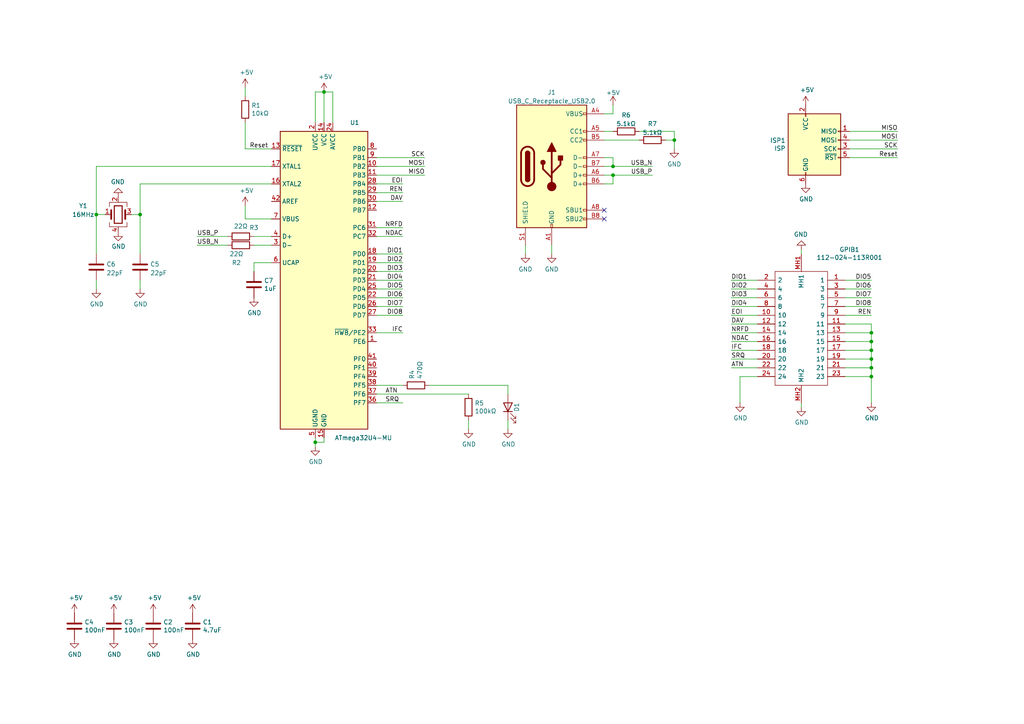
<source format=kicad_sch>
(kicad_sch (version 20211123) (generator eeschema)
  (paper "A4")
  (title_block (title "UsbGpib Type C") (date "2023-01-11") (rev "A"))
  (lib_symbols
    (symbol "Connector:AVR-ISP-6" (pin_names (offset 1.016))
      (property "Reference" "J" (at -6.35 11.43 0))
      (property "Value" "AVR-ISP-6" (at 0 11.43 0))
      (symbol "AVR-ISP-6_0_1"
        (rectangle (start -2.667 -6.858) (end -2.413 -7.62))
        (rectangle (start -2.667 10.16) (end -2.413 9.398))
        (rectangle (start 7.62 -2.413) (end 6.858 -2.667))
        (rectangle (start 7.62 0.127) (end 6.858 -0.127))
        (rectangle (start 7.62 2.667) (end 6.858 2.413))
        (rectangle (start 7.62 5.207) (end 6.858 4.953))
        (rectangle (start 7.62 10.16) (end -7.62 -7.62) (stroke (width 0.254)) (fill (type background)))
      )
      (symbol "AVR-ISP-6_1_1"
        (pin passive line (at 10.16 5.08 180) (length 2.54) (name "MISO") (number "1"))
        (pin passive line (at -2.54 12.7 270) (length 2.54) (name "VCC") (number "2"))
        (pin passive line (at 10.16 0 180) (length 2.54) (name "SCK") (number "3"))
        (pin passive line (at 10.16 2.54 180) (length 2.54) (name "MOSI") (number "4"))
        (pin passive line (at 10.16 -2.54 180) (length 2.54) (name "~{RST}") (number "5"))
        (pin passive line (at -2.54 -10.16 90) (length 2.54) (name "GND") (number "6"))
      )
    )
    (symbol "Connector:USB_C_Receptacle_USB2.0" (pin_names (offset 1.016))
      (property "Reference" "J" (at -10.16 19.05 0))
      (property "Value" "USB_C_Receptacle_USB2.0" (at 19.05 19.05 0))
      (symbol "USB_C_Receptacle_USB2.0_0_0"
        (rectangle (start -0.254 -17.78) (end 0.254 -16.764))
        (rectangle (start 10.16 -14.986) (end 9.144 -15.494))
        (rectangle (start 10.16 -12.446) (end 9.144 -12.954))
        (rectangle (start 10.16 -4.826) (end 9.144 -5.334))
        (rectangle (start 10.16 -2.286) (end 9.144 -2.794))
        (rectangle (start 10.16 0.254) (end 9.144 -0.254))
        (rectangle (start 10.16 2.794) (end 9.144 2.286))
        (rectangle (start 10.16 7.874) (end 9.144 7.366))
        (rectangle (start 10.16 10.414) (end 9.144 9.906))
        (rectangle (start 10.16 15.494) (end 9.144 14.986))
      )
      (symbol "USB_C_Receptacle_USB2.0_0_1"
        (rectangle (start -10.16 17.78) (end 10.16 -17.78) (stroke (width 0.254)) (fill (type background)))
        (arc (start -8.89 -3.81) (mid -6.985 -5.715) (end -5.08 -3.81) (stroke (width 0.508)))
        (arc (start -7.62 -3.81) (mid -6.985 -4.445) (end -6.35 -3.81) (stroke (width 0.254)))
        (arc (start -7.62 -3.81) (mid -6.985 -4.445) (end -6.35 -3.81) (stroke (width 0.254)) (fill (type outline)))
        (rectangle (start -7.62 -3.81) (end -6.35 3.81) (stroke (width 0.254)) (fill (type outline)))
        (arc (start -6.35 3.81) (mid -6.985 4.445) (end -7.62 3.81) (stroke (width 0.254)))
        (arc (start -6.35 3.81) (mid -6.985 4.445) (end -7.62 3.81) (stroke (width 0.254)) (fill (type outline)))
        (arc (start -5.08 3.81) (mid -6.985 5.715) (end -8.89 3.81) (stroke (width 0.508)))
        (circle (center -2.54 1.143) (radius 0.635) (stroke (width 0.254)) (fill (type outline)))
        (circle (center 0 -5.842) (radius 1.27) (fill (type outline)))
        (polyline (pts (xy -8.89 -3.81) (xy -8.89 3.81)) (stroke (width 0.508)))
        (polyline (pts (xy -5.08 3.81) (xy -5.08 -3.81)) (stroke (width 0.508)))
        (polyline (pts (xy 0 -5.842) (xy 0 4.318)) (stroke (width 0.508)))
        (polyline (pts (xy 0 -3.302) (xy -2.54 -0.762) (xy -2.54 0.508)) (stroke (width 0.508)))
        (polyline (pts (xy 0 -2.032) (xy 2.54 0.508) (xy 2.54 1.778)) (stroke (width 0.508)))
        (polyline (pts (xy -1.27 4.318) (xy 0 6.858) (xy 1.27 4.318) (xy -1.27 4.318)) (stroke (width 0.254)) (fill (type outline)))
        (rectangle (start 1.905 1.778) (end 3.175 3.048) (stroke (width 0.254)) (fill (type outline)))
      )
      (symbol "USB_C_Receptacle_USB2.0_1_1"
        (pin passive line (at 0 -22.86 90) (length 5.08) (name "GND") (number "A1"))
        (pin passive line (at 0 -22.86 90) (length 5.08) hide (name "GND") (number "A12"))
        (pin passive line (at 15.24 15.24 180) (length 5.08) (name "VBUS") (number "A4"))
        (pin bidirectional line (at 15.24 10.16 180) (length 5.08) (name "CC1") (number "A5"))
        (pin bidirectional line (at 15.24 -2.54 180) (length 5.08) (name "D+") (number "A6"))
        (pin bidirectional line (at 15.24 2.54 180) (length 5.08) (name "D-") (number "A7"))
        (pin bidirectional line (at 15.24 -12.7 180) (length 5.08) (name "SBU1") (number "A8"))
        (pin passive line (at 15.24 15.24 180) (length 5.08) hide (name "VBUS") (number "A9"))
        (pin passive line (at 0 -22.86 90) (length 5.08) hide (name "GND") (number "B1"))
        (pin passive line (at 0 -22.86 90) (length 5.08) hide (name "GND") (number "B12"))
        (pin passive line (at 15.24 15.24 180) (length 5.08) hide (name "VBUS") (number "B4"))
        (pin bidirectional line (at 15.24 7.62 180) (length 5.08) (name "CC2") (number "B5"))
        (pin bidirectional line (at 15.24 -5.08 180) (length 5.08) (name "D+") (number "B6"))
        (pin bidirectional line (at 15.24 0 180) (length 5.08) (name "D-") (number "B7"))
        (pin bidirectional line (at 15.24 -15.24 180) (length 5.08) (name "SBU2") (number "B8"))
        (pin passive line (at 15.24 15.24 180) (length 5.08) hide (name "VBUS") (number "B9"))
        (pin passive line (at -7.62 -22.86 90) (length 5.08) (name "SHIELD") (number "S1"))
      )
    )
    (symbol "Device:C" (pin_numbers hide) (pin_names (offset 0.254))
      (property "Reference" "C" (at 0.635 2.54 0))
      (property "Value" "C" (at 0.635 -2.54 0))
      (symbol "C_0_1"
        (polyline (pts (xy -2.032 -0.762) (xy 2.032 -0.762)) (stroke (width 0.508)))
        (polyline (pts (xy -2.032 0.762) (xy 2.032 0.762)) (stroke (width 0.508)))
      )
      (symbol "C_1_1"
        (pin passive line (at 0 3.81 270) (length 2.794) (name "~") (number "1"))
        (pin passive line (at 0 -3.81 90) (length 2.794) (name "~") (number "2"))
      )
    )
    (symbol "Device:Crystal_GND24" (pin_names (offset 1.016) hide)
      (property "Reference" "Y" (at 3.175 5.08 0))
      (property "Value" "Crystal_GND24" (at 3.175 3.175 0))
      (symbol "Crystal_GND24_0_1"
        (rectangle (start -1.143 2.54) (end 1.143 -2.54) (stroke (width 0.3048)))
        (polyline (pts (xy -2.54 0) (xy -2.032 0)))
        (polyline (pts (xy -2.032 -1.27) (xy -2.032 1.27)) (stroke (width 0.508)))
        (polyline (pts (xy 0 -3.81) (xy 0 -3.556)))
        (polyline (pts (xy 0 3.556) (xy 0 3.81)))
        (polyline (pts (xy 2.032 -1.27) (xy 2.032 1.27)) (stroke (width 0.508)))
        (polyline (pts (xy 2.032 0) (xy 2.54 0)))
        (polyline (pts (xy -2.54 -2.286) (xy -2.54 -3.556) (xy 2.54 -3.556) (xy 2.54 -2.286)))
        (polyline (pts (xy -2.54 2.286) (xy -2.54 3.556) (xy 2.54 3.556) (xy 2.54 2.286)))
      )
      (symbol "Crystal_GND24_1_1"
        (pin passive line (at -3.81 0 0) (length 1.27) (name "1") (number "1"))
        (pin passive line (at 0 5.08 270) (length 1.27) (name "2") (number "2"))
        (pin passive line (at 3.81 0 180) (length 1.27) (name "3") (number "3"))
        (pin passive line (at 0 -5.08 90) (length 1.27) (name "4") (number "4"))
      )
    )
    (symbol "Device:LED" (pin_numbers hide) (pin_names (offset 1.016) hide)
      (property "Reference" "D" (at 0 2.54 0))
      (property "Value" "LED" (at 0 -2.54 0))
      (symbol "LED_0_1"
        (polyline (pts (xy -1.27 -1.27) (xy -1.27 1.27)) (stroke (width 0.254)))
        (polyline (pts (xy -1.27 0) (xy 1.27 0)))
        (polyline (pts (xy 1.27 -1.27) (xy 1.27 1.27) (xy -1.27 0) (xy 1.27 -1.27)) (stroke (width 0.254)))
        (polyline (pts (xy -3.048 -0.762) (xy -4.572 -2.286) (xy -3.81 -2.286) (xy -4.572 -2.286) (xy -4.572 -1.524)))
        (polyline (pts (xy -1.778 -0.762) (xy -3.302 -2.286) (xy -2.54 -2.286) (xy -3.302 -2.286) (xy -3.302 -1.524)))
      )
      (symbol "LED_1_1"
        (pin passive line (at -3.81 0 0) (length 2.54) (name "K") (number "1"))
        (pin passive line (at 3.81 0 180) (length 2.54) (name "A") (number "2"))
      )
    )
    (symbol "Device:R" (pin_numbers hide) (pin_names (offset 0))
      (property "Reference" "R" (at 2.032 0 90))
      (property "Value" "R" (at 0 0 90))
      (symbol "R_0_1"
        (rectangle (start -1.016 -2.54) (end 1.016 2.54) (stroke (width 0.254)))
      )
      (symbol "R_1_1"
        (pin passive line (at 0 3.81 270) (length 1.27) (name "~") (number "1"))
        (pin passive line (at 0 -3.81 90) (length 1.27) (name "~") (number "2"))
      )
    )
    (symbol "MCU_Microchip_ATmega:ATmega32U4-MU"
      (property "Reference" "U" (at -12.7 44.45 0))
      (property "Value" "MCU_Microchip_ATmega_ATmega32U4-MU" (at 2.54 -44.45 0))
      (symbol "ATmega32U4-MU_0_1"
        (rectangle (start -12.7 -43.18) (end 12.7 43.18) (stroke (width 0.254)) (fill (type background)))
      )
      (symbol "ATmega32U4-MU_1_1"
        (pin bidirectional line (at 15.24 -17.78 180) (length 2.54) (name "PE6") (number "1"))
        (pin bidirectional line (at 15.24 33.02 180) (length 2.54) (name "PB2") (number "10"))
        (pin bidirectional line (at 15.24 30.48 180) (length 2.54) (name "PB3") (number "11"))
        (pin bidirectional line (at 15.24 20.32 180) (length 2.54) (name "PB7") (number "12"))
        (pin input line (at -15.24 38.1 0) (length 2.54) (name "~{RESET}") (number "13"))
        (pin power_in line (at 0 45.72 270) (length 2.54) (name "VCC") (number "14"))
        (pin power_in line (at 0 -45.72 90) (length 2.54) (name "GND") (number "15"))
        (pin output line (at -15.24 27.94 0) (length 2.54) (name "XTAL2") (number "16"))
        (pin input line (at -15.24 33.02 0) (length 2.54) (name "XTAL1") (number "17"))
        (pin bidirectional line (at 15.24 7.62 180) (length 2.54) (name "PD0") (number "18"))
        (pin bidirectional line (at 15.24 5.08 180) (length 2.54) (name "PD1") (number "19"))
        (pin power_in line (at -2.54 45.72 270) (length 2.54) (name "UVCC") (number "2"))
        (pin bidirectional line (at 15.24 2.54 180) (length 2.54) (name "PD2") (number "20"))
        (pin bidirectional line (at 15.24 0 180) (length 2.54) (name "PD3") (number "21"))
        (pin bidirectional line (at 15.24 -5.08 180) (length 2.54) (name "PD5") (number "22"))
        (pin passive line (at 0 -45.72 90) (length 2.54) hide (name "GND") (number "23"))
        (pin power_in line (at 2.54 45.72 270) (length 2.54) (name "AVCC") (number "24"))
        (pin bidirectional line (at 15.24 -2.54 180) (length 2.54) (name "PD4") (number "25"))
        (pin bidirectional line (at 15.24 -7.62 180) (length 2.54) (name "PD6") (number "26"))
        (pin bidirectional line (at 15.24 -10.16 180) (length 2.54) (name "PD7") (number "27"))
        (pin bidirectional line (at 15.24 27.94 180) (length 2.54) (name "PB4") (number "28"))
        (pin bidirectional line (at 15.24 25.4 180) (length 2.54) (name "PB5") (number "29"))
        (pin bidirectional line (at -15.24 10.16 0) (length 2.54) (name "D-") (number "3"))
        (pin bidirectional line (at 15.24 22.86 180) (length 2.54) (name "PB6") (number "30"))
        (pin bidirectional line (at 15.24 15.24 180) (length 2.54) (name "PC6") (number "31"))
        (pin bidirectional line (at 15.24 12.7 180) (length 2.54) (name "PC7") (number "32"))
        (pin bidirectional line (at 15.24 -15.24 180) (length 2.54) (name "~{HWB}/PE2") (number "33"))
        (pin passive line (at 0 45.72 270) (length 2.54) hide (name "VCC") (number "34"))
        (pin passive line (at 0 -45.72 90) (length 2.54) hide (name "GND") (number "35"))
        (pin bidirectional line (at 15.24 -35.56 180) (length 2.54) (name "PF7") (number "36"))
        (pin bidirectional line (at 15.24 -33.02 180) (length 2.54) (name "PF6") (number "37"))
        (pin bidirectional line (at 15.24 -30.48 180) (length 2.54) (name "PF5") (number "38"))
        (pin bidirectional line (at 15.24 -27.94 180) (length 2.54) (name "PF4") (number "39"))
        (pin bidirectional line (at -15.24 12.7 0) (length 2.54) (name "D+") (number "4"))
        (pin bidirectional line (at 15.24 -25.4 180) (length 2.54) (name "PF1") (number "40"))
        (pin bidirectional line (at 15.24 -22.86 180) (length 2.54) (name "PF0") (number "41"))
        (pin passive line (at -15.24 22.86 0) (length 2.54) (name "AREF") (number "42"))
        (pin passive line (at 0 -45.72 90) (length 2.54) hide (name "GND") (number "43"))
        (pin passive line (at 2.54 45.72 270) (length 2.54) hide (name "AVCC") (number "44"))
        (pin passive line (at 0 -45.72 90) (length 2.54) hide (name "GND") (number "45"))
        (pin passive line (at -2.54 -45.72 90) (length 2.54) (name "UGND") (number "5"))
        (pin passive line (at -15.24 5.08 0) (length 2.54) (name "UCAP") (number "6"))
        (pin input line (at -15.24 17.78 0) (length 2.54) (name "VBUS") (number "7"))
        (pin bidirectional line (at 15.24 38.1 180) (length 2.54) (name "PB0") (number "8"))
        (pin bidirectional line (at 15.24 35.56 180) (length 2.54) (name "PB1") (number "9"))
      )
    )
    (symbol "conn-gpib:112-024-113R001" (pin_names (offset 0.762))
      (property "Reference" "J" (at 39.37 12.7 0))
      (property "Value" "112-024-113R001" (at 39.37 10.16 0))
      (symbol "112-024-113R001_0_0"
        (pin passive line (at 7.62 -12.7 90) (length 5.08) (name "1") (number "1"))
        (pin passive line (at 17.78 12.7 270) (length 5.08) (name "10") (number "10"))
        (pin passive line (at 20.32 -12.7 90) (length 5.08) (name "11") (number "11"))
        (pin passive line (at 20.32 12.7 270) (length 5.08) (name "12") (number "12"))
        (pin passive line (at 22.86 -12.7 90) (length 5.08) (name "13") (number "13"))
        (pin passive line (at 22.86 12.7 270) (length 5.08) (name "14") (number "14"))
        (pin passive line (at 25.4 -12.7 90) (length 5.08) (name "15") (number "15"))
        (pin passive line (at 25.4 12.7 270) (length 5.08) (name "16") (number "16"))
        (pin passive line (at 27.94 -12.7 90) (length 5.08) (name "17") (number "17"))
        (pin passive line (at 27.94 12.7 270) (length 5.08) (name "18") (number "18"))
        (pin passive line (at 30.48 -12.7 90) (length 5.08) (name "19") (number "19"))
        (pin passive line (at 7.62 12.7 270) (length 5.08) (name "2") (number "2"))
        (pin passive line (at 30.48 12.7 270) (length 5.08) (name "20") (number "20"))
        (pin passive line (at 33.02 -12.7 90) (length 5.08) (name "21") (number "21"))
        (pin passive line (at 33.02 12.7 270) (length 5.08) (name "22") (number "22"))
        (pin passive line (at 35.56 -12.7 90) (length 5.08) (name "23") (number "23"))
        (pin passive line (at 35.56 12.7 270) (length 5.08) (name "24") (number "24"))
        (pin passive line (at 10.16 -12.7 90) (length 5.08) (name "3") (number "3"))
        (pin passive line (at 10.16 12.7 270) (length 5.08) (name "4") (number "4"))
        (pin passive line (at 12.7 -12.7 90) (length 5.08) (name "5") (number "5"))
        (pin passive line (at 12.7 12.7 270) (length 5.08) (name "6") (number "6"))
        (pin passive line (at 15.24 -12.7 90) (length 5.08) (name "7") (number "7"))
        (pin passive line (at 15.24 12.7 270) (length 5.08) (name "8") (number "8"))
        (pin passive line (at 17.78 -12.7 90) (length 5.08) (name "9") (number "9"))
        (pin passive line (at 0 0 0) (length 5.08) (name "MH1") (number "MH1"))
        (pin passive line (at 43.18 0 180) (length 5.08) (name "MH2") (number "MH2"))
      )
      (symbol "112-024-113R001_0_1"
        (polyline (pts (xy 5.08 7.62) (xy 38.1 7.62) (xy 38.1 -7.62) (xy 5.08 -7.62) (xy 5.08 7.62)) (stroke (width 0.1524)))
      )
    )
    (symbol "power:+5V" (power) (pin_names (offset 0))
      (property "Value" "+5V" (at 0 3.556 0))
      (symbol "+5V_0_1"
        (polyline (pts (xy -0.762 1.27) (xy 0 2.54)))
        (polyline (pts (xy 0 0) (xy 0 2.54)))
        (polyline (pts (xy 0 2.54) (xy 0.762 1.27)))
      )
      (symbol "+5V_1_1"
        (pin power_in line (at 0 0 90) (length 0) hide (name "+5V") (number "1"))
      )
    )
    (symbol "power:GND" (power) (pin_names (offset 0))
      (property "Value" "GND" (at 0 -3.81 0))
      (symbol "GND_0_1"
        (polyline (pts (xy 0 0) (xy 0 -1.27) (xy 1.27 -1.27) (xy 0 -2.54) (xy -1.27 -1.27) (xy 0 -1.27)))
      )
      (symbol "GND_1_1"
        (pin power_in line (at 0 0 270) (length 0) hide (name "GND") (number "1"))
      )
    )
  )
  (junction (at 195.58 40.64))
  (junction (at 91.44 128.27))
  (junction (at 177.8 50.8))
  (junction (at 252.73 104.14))
  (junction (at 252.73 96.52))
  (junction (at 252.73 99.06))
  (junction (at 252.73 101.6))
  (junction (at 252.73 109.22))
  (junction (at 93.98 26.67))
  (junction (at 27.94 62.23))
  (junction (at 177.8 48.26))
  (junction (at 252.73 106.68))
  (junction (at 40.64 62.23))
  (no_connect (at 175.26 63.5))
  (no_connect (at 175.26 60.96))
  (wire (pts (xy 252.73 109.22) (xy 252.73 116.84)))
  (wire (pts (xy 91.44 128.27) (xy 91.44 127)))
  (wire (pts (xy 91.44 128.27) (xy 93.98 128.27)))
  (wire (pts (xy 109.22 66.04) (xy 116.84 66.04)))
  (wire (pts (xy 252.73 101.6) (xy 252.73 104.14)))
  (wire (pts (xy 93.98 26.67) (xy 96.52 26.67)))
  (wire (pts (xy 124.46 111.76) (xy 147.32 111.76)))
  (wire (pts (xy 245.11 106.68) (xy 252.73 106.68)))
  (wire (pts (xy 109.22 96.52) (xy 116.84 96.52)))
  (wire (pts (xy 175.26 45.72) (xy 177.8 45.72)))
  (wire (pts (xy 66.04 71.12) (xy 57.15 71.12)))
  (wire (pts (xy 246.38 43.18) (xy 260.35 43.18)))
  (wire (pts (xy 40.64 62.23) (xy 40.64 53.34)))
  (wire (pts (xy 245.11 86.36) (xy 252.73 86.36)))
  (wire (pts (xy 214.63 109.22) (xy 219.71 109.22)))
  (wire (pts (xy 195.58 40.64) (xy 195.58 43.18)))
  (wire (pts (xy 245.11 93.98) (xy 252.73 93.98)))
  (wire (pts (xy 71.12 63.5) (xy 71.12 59.69)))
  (wire (pts (xy 109.22 86.36) (xy 116.84 86.36)))
  (wire (pts (xy 109.22 68.58) (xy 116.84 68.58)))
  (wire (pts (xy 73.66 76.2) (xy 73.66 78.74)))
  (wire (pts (xy 252.73 106.68) (xy 252.73 109.22)))
  (wire (pts (xy 109.22 83.82) (xy 116.84 83.82)))
  (wire (pts (xy 71.12 35.56) (xy 71.12 43.18)))
  (wire (pts (xy 212.09 83.82) (xy 219.71 83.82)))
  (wire (pts (xy 175.26 33.02) (xy 177.8 33.02)))
  (wire (pts (xy 212.09 96.52) (xy 219.71 96.52)))
  (wire (pts (xy 252.73 96.52) (xy 252.73 99.06)))
  (wire (pts (xy 246.38 38.1) (xy 260.35 38.1)))
  (wire (pts (xy 73.66 76.2) (xy 78.74 76.2)))
  (wire (pts (xy 177.8 45.72) (xy 177.8 48.26)))
  (wire (pts (xy 109.22 116.84) (xy 116.84 116.84)))
  (wire (pts (xy 109.22 111.76) (xy 116.84 111.76)))
  (wire (pts (xy 245.11 96.52) (xy 252.73 96.52)))
  (wire (pts (xy 38.1 62.23) (xy 40.64 62.23)))
  (wire (pts (xy 245.11 88.9) (xy 252.73 88.9)))
  (wire (pts (xy 185.42 38.1) (xy 195.58 38.1)))
  (wire (pts (xy 177.8 50.8) (xy 177.8 53.34)))
  (wire (pts (xy 214.63 109.22) (xy 214.63 116.84)))
  (wire (pts (xy 91.44 128.27) (xy 91.44 129.54)))
  (wire (pts (xy 109.22 73.66) (xy 116.84 73.66)))
  (wire (pts (xy 109.22 114.3) (xy 135.89 114.3)))
  (wire (pts (xy 212.09 88.9) (xy 219.71 88.9)))
  (wire (pts (xy 195.58 38.1) (xy 195.58 40.64)))
  (wire (pts (xy 246.38 40.64) (xy 260.35 40.64)))
  (wire (pts (xy 252.73 99.06) (xy 252.73 101.6)))
  (wire (pts (xy 109.22 53.34) (xy 116.84 53.34)))
  (wire (pts (xy 78.74 63.5) (xy 71.12 63.5)))
  (wire (pts (xy 175.26 38.1) (xy 177.8 38.1)))
  (wire (pts (xy 212.09 104.14) (xy 219.71 104.14)))
  (wire (pts (xy 71.12 25.4) (xy 71.12 27.94)))
  (wire (pts (xy 212.09 101.6) (xy 219.71 101.6)))
  (wire (pts (xy 71.12 43.18) (xy 78.74 43.18)))
  (wire (pts (xy 91.44 35.56) (xy 91.44 26.67)))
  (wire (pts (xy 175.26 50.8) (xy 177.8 50.8)))
  (wire (pts (xy 109.22 48.26) (xy 123.19 48.26)))
  (wire (pts (xy 245.11 83.82) (xy 252.73 83.82)))
  (wire (pts (xy 40.64 73.66) (xy 40.64 62.23)))
  (wire (pts (xy 212.09 106.68) (xy 219.71 106.68)))
  (wire (pts (xy 175.26 53.34) (xy 177.8 53.34)))
  (wire (pts (xy 245.11 109.22) (xy 252.73 109.22)))
  (wire (pts (xy 73.66 71.12) (xy 78.74 71.12)))
  (wire (pts (xy 252.73 93.98) (xy 252.73 96.52)))
  (wire (pts (xy 147.32 121.92) (xy 147.32 124.46)))
  (wire (pts (xy 109.22 58.42) (xy 116.84 58.42)))
  (wire (pts (xy 245.11 81.28) (xy 252.73 81.28)))
  (wire (pts (xy 245.11 104.14) (xy 252.73 104.14)))
  (wire (pts (xy 212.09 86.36) (xy 219.71 86.36)))
  (wire (pts (xy 96.52 26.67) (xy 96.52 35.56)))
  (wire (pts (xy 193.04 40.64) (xy 195.58 40.64)))
  (wire (pts (xy 245.11 101.6) (xy 252.73 101.6)))
  (wire (pts (xy 152.4 71.12) (xy 152.4 73.66)))
  (wire (pts (xy 212.09 93.98) (xy 219.71 93.98)))
  (wire (pts (xy 175.26 40.64) (xy 185.42 40.64)))
  (wire (pts (xy 109.22 55.88) (xy 116.84 55.88)))
  (wire (pts (xy 212.09 81.28) (xy 219.71 81.28)))
  (wire (pts (xy 212.09 91.44) (xy 219.71 91.44)))
  (wire (pts (xy 93.98 26.67) (xy 93.98 35.56)))
  (wire (pts (xy 40.64 53.34) (xy 78.74 53.34)))
  (wire (pts (xy 177.8 30.48) (xy 177.8 33.02)))
  (wire (pts (xy 27.94 48.26) (xy 27.94 62.23)))
  (wire (pts (xy 109.22 78.74) (xy 116.84 78.74)))
  (wire (pts (xy 245.11 99.06) (xy 252.73 99.06)))
  (wire (pts (xy 232.41 118.11) (xy 232.41 116.84)))
  (wire (pts (xy 245.11 91.44) (xy 252.73 91.44)))
  (wire (pts (xy 109.22 91.44) (xy 116.84 91.44)))
  (wire (pts (xy 40.64 81.28) (xy 40.64 83.82)))
  (wire (pts (xy 232.41 72.39) (xy 232.41 73.66)))
  (wire (pts (xy 246.38 45.72) (xy 260.35 45.72)))
  (wire (pts (xy 252.73 104.14) (xy 252.73 106.68)))
  (wire (pts (xy 109.22 88.9) (xy 116.84 88.9)))
  (wire (pts (xy 109.22 76.2) (xy 116.84 76.2)))
  (wire (pts (xy 27.94 62.23) (xy 27.94 73.66)))
  (wire (pts (xy 57.15 68.58) (xy 66.04 68.58)))
  (wire (pts (xy 109.22 45.72) (xy 123.19 45.72)))
  (wire (pts (xy 27.94 62.23) (xy 30.48 62.23)))
  (wire (pts (xy 78.74 68.58) (xy 73.66 68.58)))
  (wire (pts (xy 177.8 50.8) (xy 189.23 50.8)))
  (wire (pts (xy 109.22 50.8) (xy 123.19 50.8)))
  (wire (pts (xy 160.02 71.12) (xy 160.02 73.66)))
  (wire (pts (xy 212.09 99.06) (xy 219.71 99.06)))
  (wire (pts (xy 109.22 81.28) (xy 116.84 81.28)))
  (wire (pts (xy 27.94 81.28) (xy 27.94 83.82)))
  (wire (pts (xy 93.98 128.27) (xy 93.98 127)))
  (wire (pts (xy 147.32 111.76) (xy 147.32 114.3)))
  (wire (pts (xy 135.89 121.92) (xy 135.89 124.46)))
  (wire (pts (xy 177.8 48.26) (xy 189.23 48.26)))
  (wire (pts (xy 91.44 26.67) (xy 93.98 26.67)))
  (wire (pts (xy 78.74 48.26) (xy 27.94 48.26)))
  (wire (pts (xy 175.26 48.26) (xy 177.8 48.26)))
  (label "DIO3" (at 212.09 86.36 0))
  (label "DAV" (at 116.84 58.42 180))
  (label "EOI" (at 212.09 91.44 0))
  (label "NRFD" (at 212.09 96.52 0))
  (label "DIO8" (at 252.73 88.9 180))
  (label "DAV" (at 212.09 93.98 0))
  (label "Reset" (at 72.39 43.18 0))
  (label "NDAC" (at 212.09 99.06 0))
  (label "DIO6" (at 116.84 86.36 180))
  (label "USB_P" (at 57.15 68.58 0))
  (label "MISO" (at 260.35 38.1 180))
  (label "DIO7" (at 252.73 86.36 180))
  (label "DIO5" (at 252.73 81.28 180))
  (label "SRQ" (at 212.09 104.14 0))
  (label "ATN" (at 111.76 114.3 0))
  (label "REN" (at 252.73 91.44 180))
  (label "SCK" (at 260.35 43.18 180))
  (label "IFC" (at 212.09 101.6 0))
  (label "Reset" (at 260.35 45.72 180))
  (label "NDAC" (at 116.84 68.58 180))
  (label "DIO5" (at 116.84 83.82 180))
  (label "ATN" (at 212.09 106.68 0))
  (label "DIO1" (at 212.09 81.28 0))
  (label "USB_P" (at 189.23 50.8 180))
  (label "USB_N" (at 189.23 48.26 180))
  (label "MOSI" (at 123.19 48.26 180))
  (label "EOI" (at 116.84 53.34 180))
  (label "DIO2" (at 116.84 76.2 180))
  (label "DIO6" (at 252.73 83.82 180))
  (label "DIO2" (at 212.09 83.82 0))
  (label "DIO4" (at 212.09 88.9 0))
  (label "SRQ" (at 111.76 116.84 0))
  (label "DIO3" (at 116.84 78.74 180))
  (label "DIO4" (at 116.84 81.28 180))
  (label "DIO8" (at 116.84 91.44 180))
  (label "MOSI" (at 260.35 40.64 180))
  (label "USB_N" (at 57.15 71.12 0))
  (label "SCK" (at 123.19 45.72 180))
  (label "REN" (at 116.84 55.88 180))
  (label "DIO1" (at 116.84 73.66 180))
  (label "IFC" (at 116.84 96.52 180))
  (label "DIO7" (at 116.84 88.9 180))
  (label "MISO" (at 123.19 50.8 180))
  (label "NRFD" (at 116.84 66.04 180))
  (symbol (lib_id "conn-gpib:112-024-113R001") (at 232.41 73.66 90) (mirror x) (unit 1)
    (property "Reference" "GPIB1" (at 246.38 72.39 90))
    (property "Value" "112-024-113R001" (at 246.38 74.7014 90))
    (property "Footprint" "gpib:112024113R001" (effects hide))
    (property "Datasheet" "http://www.norcomp.net/rohspdfs/SCSI-050Ribbon/11Y/112/112-YYY-113R001.pdf" (effects hide))
    (property "MFN" "NorComp" (effects hide))
    (property "MPN" "112-024-113R001" (effects hide))
    (property "Digi-Key" "1024RMA-ND" (effects hide))
  )
  (symbol (lib_id "power:GND") (at 232.41 118.11 0) (unit 1)
    (property "Reference" "#PWR0101" (effects hide))
    (property "Value" "GND" (at 232.537 122.5042 0))
  )
  (symbol (lib_id "MCU_Microchip_ATmega:ATmega32U4-MU") (at 93.98 81.28 0) (unit 1)
    (property "Reference" "U1" (at 102.87 35.56 0))
    (property "Value" "ATmega32U4-MU" (at 105.41 127 0))
    (property "Footprint" "Package_DFN_QFN:QFN-44-1EP_7x7mm_P0.5mm_EP5.2x5.2mm" (effects hide))
    (property "Datasheet" "http://ww1.microchip.com/downloads/en/DeviceDoc/Atmel-7766-8-bit-AVR-ATmega16U4-32U4_Datasheet.pdf" (effects hide))
    (property "Digi-Key" "ATMEGA32U4-MU-ND" (effects hide))
    (property "MFN" "Microchip" (effects hide))
    (property "MPN" "ATMEGA32U4-MU" (effects hide))
    (property "LCSC" "C112161" (effects hide))
  )
  (symbol (lib_id "Device:R") (at 135.89 118.11 0) (unit 1)
    (property "Reference" "R5" (at 137.668 116.9416 0) (effects (justify left)))
    (property "Value" "100kΩ" (at 137.668 119.253 0) (effects (justify left)))
    (property "Footprint" "Resistor_SMD:R_0402_1005Metric" (effects hide))
    (property "LCSC" "C25741" (effects hide))
  )
  (symbol (lib_id "power:GND") (at 135.89 124.46 0) (unit 1)
    (property "Reference" "#PWR0102" (effects hide))
    (property "Value" "GND" (at 136.017 128.8542 0))
  )
  (symbol (lib_id "power:GND") (at 91.44 129.54 0) (unit 1)
    (property "Reference" "#PWR0103" (effects hide))
    (property "Value" "GND" (at 91.567 133.9342 0))
  )
  (symbol (lib_id "power:+5V") (at 93.98 26.67 0) (unit 1)
    (property "Reference" "#PWR0104" (effects hide))
    (property "Value" "+5V" (at 94.361 22.2758 0))
  )
  (symbol (lib_id "Connector:AVR-ISP-6") (at 236.22 43.18 0) (unit 1)
    (property "Reference" "ISP1" (at 227.8634 40.7416 0) (effects (justify right)))
    (property "Value" "ISP" (at 227.8634 43.053 0) (effects (justify right)))
    (property "Footprint" "Connector_PinHeader_2.54mm:PinHeader_2x03_P2.54mm_Vertical" (effects hide))
    (property "Datasheet" " ~" (effects hide))
  )
  (symbol (lib_id "Device:R") (at 71.12 31.75 0) (unit 1)
    (property "Reference" "R1" (at 72.898 30.5816 0) (effects (justify left)))
    (property "Value" "10kΩ" (at 72.898 32.893 0) (effects (justify left)))
    (property "Footprint" "Resistor_SMD:R_0402_1005Metric" (effects hide))
    (property "LCSC" "C25744" (effects hide))
  )
  (symbol (lib_id "power:+5V") (at 233.68 30.48 0) (unit 1)
    (property "Reference" "#PWR0105" (effects hide))
    (property "Value" "+5V" (at 234.061 26.0858 0))
  )
  (symbol (lib_id "power:GND") (at 233.68 53.34 0) (unit 1)
    (property "Reference" "#PWR0106" (effects hide))
    (property "Value" "GND" (at 233.807 57.7342 0))
  )
  (symbol (lib_id "power:+5V") (at 71.12 59.69 0) (unit 1)
    (property "Reference" "#PWR0108" (effects hide))
    (property "Value" "+5V" (at 71.501 55.2958 0))
  )
  (symbol (lib_id "Device:R") (at 69.85 71.12 270) (unit 1)
    (property "Reference" "R2" (at 68.58 76.2 90))
    (property "Value" "22Ω" (at 68.58 73.66 90))
    (property "Footprint" "Resistor_SMD:R_0402_1005Metric" (effects hide))
    (property "LCSC" "C25092" (effects hide))
  )
  (symbol (lib_id "Device:R") (at 69.85 68.58 270) (unit 1)
    (property "Reference" "R3" (at 73.66 66.04 90))
    (property "Value" "22Ω" (at 69.85 65.6336 90))
    (property "Footprint" "Resistor_SMD:R_0402_1005Metric" (effects hide))
    (property "LCSC" "C25092" (effects hide))
  )
  (symbol (lib_id "Device:C") (at 73.66 82.55 0) (unit 1)
    (property "Reference" "C7" (at 76.581 81.3816 0) (effects (justify left)))
    (property "Value" "1uF" (at 76.581 83.693 0) (effects (justify left)))
    (property "Footprint" "Capacitor_SMD:C_0603_1608Metric" (effects hide))
    (property "LCSC" "C15849" (effects hide))
  )
  (symbol (lib_id "power:GND") (at 73.66 86.36 0) (unit 1)
    (property "Reference" "#PWR0109" (effects hide))
    (property "Value" "GND" (at 73.787 90.7542 0))
  )
  (symbol (lib_id "Device:LED") (at 147.32 118.11 90) (unit 1)
    (property "Reference" "D1" (at 149.86 118.11 0))
    (property "Value" "Red" (effects hide))
    (property "Footprint" "LED_SMD:LED_0603_1608Metric" (effects hide))
    (property "LCSC" "C965799" (effects hide))
  )
  (symbol (lib_id "Device:R") (at 120.65 111.76 90) (unit 1)
    (property "Reference" "R4" (at 119.4816 109.982 0) (effects (justify left)))
    (property "Value" "470Ω" (at 121.793 109.982 0) (effects (justify left)))
    (property "Footprint" "Resistor_SMD:R_0402_1005Metric" (effects hide))
    (property "LCSC" "C25117" (effects hide))
  )
  (symbol (lib_id "Device:C") (at 55.88 181.61 0) (unit 1)
    (property "Reference" "C1" (at 58.801 180.4416 0) (effects (justify left)))
    (property "Value" "4.7uF" (at 58.801 182.753 0) (effects (justify left)))
    (property "Footprint" "Capacitor_SMD:C_0603_1608Metric" (effects hide))
    (property "LCSC" "C19666" (effects hide))
  )
  (symbol (lib_id "Device:C") (at 44.45 181.61 0) (unit 1)
    (property "Reference" "C2" (at 47.371 180.4416 0) (effects (justify left)))
    (property "Value" "100nF" (at 47.371 182.753 0) (effects (justify left)))
    (property "Footprint" "Capacitor_SMD:C_0402_1005Metric" (effects hide))
    (property "LCSC" "C1525" (effects hide))
  )
  (symbol (lib_id "power:GND") (at 55.88 185.42 0) (unit 1)
    (property "Reference" "#PWR0110" (effects hide))
    (property "Value" "GND" (at 56.007 189.8142 0))
  )
  (symbol (lib_id "power:GND") (at 44.45 185.42 0) (unit 1)
    (property "Reference" "#PWR0111" (effects hide))
    (property "Value" "GND" (at 44.577 189.8142 0))
  )
  (symbol (lib_id "power:+5V") (at 44.45 177.8 0) (unit 1)
    (property "Reference" "#PWR0112" (effects hide))
    (property "Value" "+5V" (at 44.831 173.4058 0))
  )
  (symbol (lib_id "power:+5V") (at 55.88 177.8 0) (unit 1)
    (property "Reference" "#PWR0113" (effects hide))
    (property "Value" "+5V" (at 56.261 173.4058 0))
  )
  (symbol (lib_id "Device:C") (at 40.64 77.47 0) (unit 1)
    (property "Reference" "C5" (at 43.561 76.6353 0) (effects (justify left)))
    (property "Value" "22pF" (at 43.561 79.1722 0) (effects (justify left)))
    (property "Footprint" "Capacitor_SMD:C_0402_1005Metric" (effects hide))
    (property "LCSC" "C1555" (effects hide))
  )
  (symbol (lib_id "Device:C") (at 27.94 77.47 0) (unit 1)
    (property "Reference" "C6" (at 30.861 76.6353 0) (effects (justify left)))
    (property "Value" "22pF" (at 30.861 79.1722 0) (effects (justify left)))
    (property "Footprint" "Capacitor_SMD:C_0402_1005Metric" (effects hide))
    (property "LCSC" "C1555" (effects hide))
  )
  (symbol (lib_id "Device:Crystal_GND24") (at 34.29 62.23 0) (unit 1)
    (property "Reference" "Y1" (at 24.13 59.6931 0))
    (property "Value" "16MHz" (at 24.13 62.23 0))
    (property "Footprint" "Crystal:Crystal_SMD_3225-4Pin_3.2x2.5mm" (effects hide))
    (property "LCSC" "C13738" (effects hide))
  )
  (symbol (lib_id "Device:C") (at 33.02 181.61 0) (unit 1)
    (property "Reference" "C3" (at 35.941 180.4416 0) (effects (justify left)))
    (property "Value" "100nF" (at 35.941 182.753 0) (effects (justify left)))
    (property "Footprint" "Capacitor_SMD:C_0402_1005Metric" (effects hide))
    (property "LCSC" "C1525" (effects hide))
  )
  (symbol (lib_id "power:GND") (at 33.02 185.42 0) (unit 1)
    (property "Reference" "#PWR02" (effects hide))
    (property "Value" "GND" (at 33.147 189.8142 0))
  )
  (symbol (lib_id "power:+5V") (at 33.02 177.8 0) (unit 1)
    (property "Reference" "#PWR01" (effects hide))
    (property "Value" "+5V" (at 33.401 173.4058 0))
  )
  (symbol (lib_id "Device:C") (at 21.59 181.61 0) (unit 1)
    (property "Reference" "C4" (at 24.511 180.4416 0) (effects (justify left)))
    (property "Value" "100nF" (at 24.511 182.753 0) (effects (justify left)))
    (property "Footprint" "Capacitor_SMD:C_0402_1005Metric" (effects hide))
    (property "LCSC" "C1525" (effects hide))
  )
  (symbol (lib_id "power:GND") (at 21.59 185.42 0) (unit 1)
    (property "Reference" "#PWR04" (effects hide))
    (property "Value" "GND" (at 21.717 189.8142 0))
  )
  (symbol (lib_id "power:+5V") (at 21.59 177.8 0) (unit 1)
    (property "Reference" "#PWR03" (effects hide))
    (property "Value" "+5V" (at 21.971 173.4058 0))
  )
  (symbol (lib_id "power:+5V") (at 177.8 30.48 0) (unit 1)
    (property "Reference" "#PWR0122" (effects hide))
    (property "Value" "+5V" (at 177.8 26.9042 0))
  )
  (symbol (lib_id "Device:R") (at 181.61 38.1 90) (unit 1)
    (property "Reference" "R6" (at 181.61 33.3842 90))
    (property "Value" "5.1kΩ" (at 181.61 35.9211 90))
    (property "Footprint" "Resistor_SMD:R_0402_1005Metric" (effects hide))
    (property "LCSC" "C25905" (effects hide))
  )
  (symbol (lib_id "power:GND") (at 252.73 116.84 0) (unit 1)
    (property "Reference" "#PWR0119" (effects hide))
    (property "Value" "GND" (at 252.857 121.2342 0))
  )
  (symbol (lib_id "power:+5V") (at 71.12 25.4 0) (unit 1)
    (property "Reference" "#PWR0107" (effects hide))
    (property "Value" "+5V" (at 71.501 21.0058 0))
  )
  (symbol (lib_id "power:GND") (at 147.32 124.46 0) (unit 1)
    (property "Reference" "#PWR0124" (effects hide))
    (property "Value" "GND" (at 147.447 128.8542 0))
  )
  (symbol (lib_id "power:GND") (at 195.58 43.18 0) (unit 1)
    (property "Reference" "#PWR0123" (effects hide))
    (property "Value" "GND" (at 195.58 47.6234 0))
  )
  (symbol (lib_id "power:GND") (at 27.94 83.82 0) (unit 1)
    (property "Reference" "#PWR0116" (effects hide))
    (property "Value" "GND" (at 28.067 88.2142 0))
  )
  (symbol (lib_id "power:GND") (at 34.29 67.31 0) (unit 1)
    (property "Reference" "#PWR0114" (effects hide))
    (property "Value" "GND" (at 32.3406 71.4817 0) (effects (justify left)))
  )
  (symbol (lib_id "power:GND") (at 152.4 73.66 0) (unit 1)
    (property "Reference" "#PWR0121" (effects hide))
    (property "Value" "GND" (at 152.4 78.1034 0))
  )
  (symbol (lib_id "power:GND") (at 232.41 72.39 180) (unit 1)
    (property "Reference" "#PWR0125" (effects hide))
    (property "Value" "GND" (at 232.283 67.9958 0))
  )
  (symbol (lib_id "Device:R") (at 189.23 40.64 90) (unit 1)
    (property "Reference" "R7" (at 189.23 35.9242 90))
    (property "Value" "5.1kΩ" (at 189.23 38.4611 90))
    (property "Footprint" "Resistor_SMD:R_0402_1005Metric" (effects hide))
    (property "LCSC" "C25905" (effects hide))
  )
  (symbol (lib_id "power:GND") (at 40.64 83.82 0) (unit 1)
    (property "Reference" "#PWR0117" (effects hide))
    (property "Value" "GND" (at 40.767 88.2142 0))
  )
  (symbol (lib_id "power:GND") (at 214.63 116.84 0) (unit 1)
    (property "Reference" "#PWR0118" (effects hide))
    (property "Value" "GND" (at 214.757 121.2342 0))
  )
  (symbol (lib_id "power:GND") (at 34.29 57.15 180) (unit 1)
    (property "Reference" "#PWR0115" (effects hide))
    (property "Value" "GND" (at 34.163 52.7558 0))
  )
  (symbol (lib_id "Connector:USB_C_Receptacle_USB2.0") (at 160.02 48.26 0) (unit 1)
    (property "Reference" "J1" (at 160.02 26.7802 0))
    (property "Value" "USB_C_Receptacle_USB2.0" (at 160.02 29.3171 0))
    (property "Footprint" "HRS_USB:CX90M-16P" (effects hide))
    (property "Datasheet" "https://www.usb.org/sites/default/files/documents/usb_type-c.zip" (effects hide))
    (property "MFN" "Hirose" (effects hide))
    (property "MPN" "CX90M-16P" (effects hide))
    (property "Digi-Key" "CX90M-16P" (effects hide))
    (property "LCSC" "C2889324" (effects hide))
  )
  (symbol (lib_id "power:GND") (at 160.02 73.66 0) (unit 1)
    (property "Reference" "#PWR0120" (effects hide))
    (property "Value" "GND" (at 160.02 78.1034 0))
  )
)
</source>
